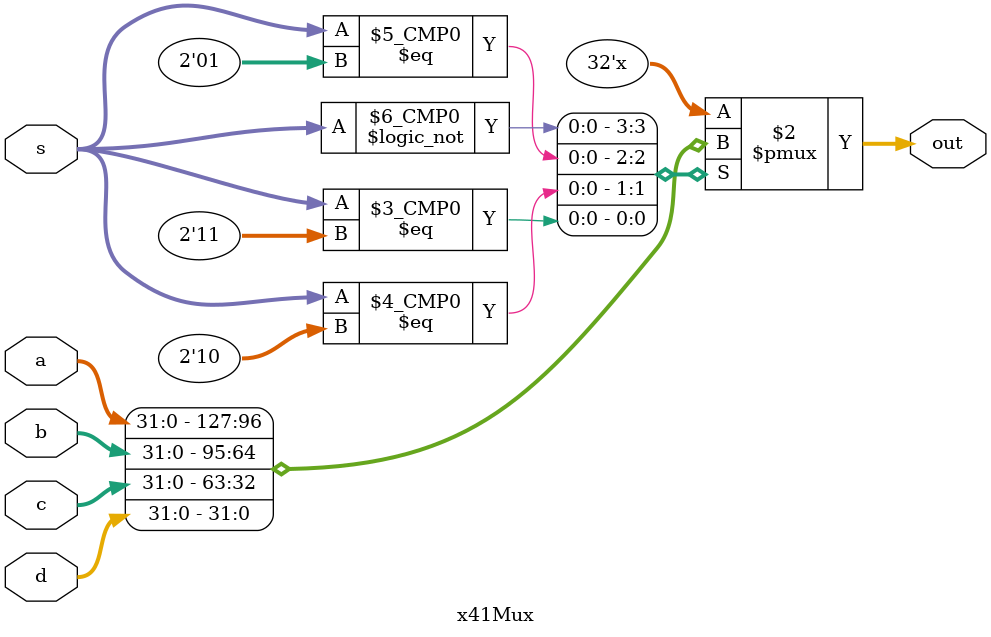
<source format=v>
`timescale 1ns / 1ps


/*

will be used for the following:


pcSel:
00- pc+4
01- pc+imm
10- rs1+imm
11 - halt - pc



*/

/*

writeBackSel:
Alu out - 00
Memory - 01
pc+4 - 10
X - 11



*/


module x41Mux(
    input wire[31:0] a, b, c, d,
    input wire[1:0] s,
    output reg [31:0] out
    );
    always @ * begin
        case(s)
        0: out <= a;
        1: out <= b;
        2: out <= c;
        3: out <= d;
    endcase
    end
    
endmodule
</source>
